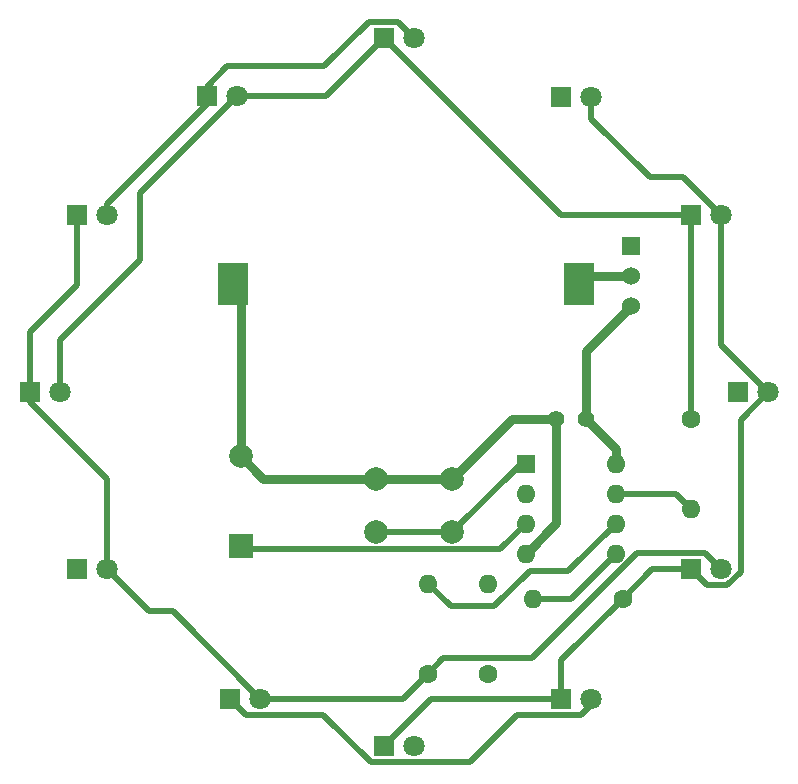
<source format=gtl>
G04 #@! TF.GenerationSoftware,KiCad,Pcbnew,6.0.5-a6ca702e91~116~ubuntu20.04.1*
G04 #@! TF.CreationDate,2022-06-19T21:22:33+02:00*
G04 #@! TF.ProjectId,attiny85_charlie_circle,61747469-6e79-4383-955f-636861726c69,0.10*
G04 #@! TF.SameCoordinates,Original*
G04 #@! TF.FileFunction,Copper,L1,Top*
G04 #@! TF.FilePolarity,Positive*
%FSLAX46Y46*%
G04 Gerber Fmt 4.6, Leading zero omitted, Abs format (unit mm)*
G04 Created by KiCad (PCBNEW 6.0.5-a6ca702e91~116~ubuntu20.04.1) date 2022-06-19 21:22:33*
%MOMM*%
%LPD*%
G01*
G04 APERTURE LIST*
G04 #@! TA.AperFunction,ComponentPad*
%ADD10R,1.524000X1.524000*%
G04 #@! TD*
G04 #@! TA.AperFunction,ComponentPad*
%ADD11C,1.524000*%
G04 #@! TD*
G04 #@! TA.AperFunction,ComponentPad*
%ADD12C,1.600000*%
G04 #@! TD*
G04 #@! TA.AperFunction,ComponentPad*
%ADD13O,1.600000X1.600000*%
G04 #@! TD*
G04 #@! TA.AperFunction,ComponentPad*
%ADD14R,1.600000X1.600000*%
G04 #@! TD*
G04 #@! TA.AperFunction,ComponentPad*
%ADD15R,1.800000X1.800000*%
G04 #@! TD*
G04 #@! TA.AperFunction,ComponentPad*
%ADD16C,1.800000*%
G04 #@! TD*
G04 #@! TA.AperFunction,ComponentPad*
%ADD17R,2.000000X2.000000*%
G04 #@! TD*
G04 #@! TA.AperFunction,ComponentPad*
%ADD18C,2.000000*%
G04 #@! TD*
G04 #@! TA.AperFunction,SMDPad,CuDef*
%ADD19R,2.600000X3.600000*%
G04 #@! TD*
G04 #@! TA.AperFunction,ComponentPad*
%ADD20C,1.400000*%
G04 #@! TD*
G04 #@! TA.AperFunction,Conductor*
%ADD21C,0.500000*%
G04 #@! TD*
G04 #@! TA.AperFunction,Conductor*
%ADD22C,0.800000*%
G04 #@! TD*
G04 APERTURE END LIST*
D10*
X119380000Y-87630000D03*
D11*
X119380000Y-90170000D03*
X119380000Y-92710000D03*
D12*
X124460000Y-102235000D03*
D13*
X124460000Y-109855000D03*
D12*
X102235000Y-123825000D03*
D13*
X102235000Y-116205000D03*
D12*
X118745000Y-117475000D03*
D13*
X111125000Y-117475000D03*
D12*
X107315000Y-123825000D03*
D13*
X107315000Y-116205000D03*
D14*
X110490000Y-106045000D03*
D13*
X110490000Y-108585000D03*
X110490000Y-111125000D03*
X110490000Y-113665000D03*
X118110000Y-113665000D03*
X118110000Y-111125000D03*
X118110000Y-108585000D03*
X118110000Y-106045000D03*
D15*
X124480000Y-85000000D03*
D16*
X127020000Y-85000000D03*
D15*
X128500000Y-100000000D03*
D16*
X131040000Y-100000000D03*
D15*
X124480000Y-115000000D03*
D16*
X127020000Y-115000000D03*
D15*
X113500000Y-125980000D03*
D16*
X116040000Y-125980000D03*
D15*
X98500000Y-130000000D03*
D16*
X101040000Y-130000000D03*
D15*
X85500000Y-125980000D03*
D16*
X88040000Y-125980000D03*
D15*
X72520000Y-115000000D03*
D16*
X75060000Y-115000000D03*
D15*
X68500000Y-100000000D03*
D16*
X71040000Y-100000000D03*
D15*
X72520000Y-85000000D03*
D16*
X75060000Y-85000000D03*
D15*
X83500000Y-74930000D03*
D16*
X86040000Y-74930000D03*
D15*
X98500000Y-70000000D03*
D16*
X101040000Y-70000000D03*
D17*
X86360000Y-113030000D03*
D18*
X86360000Y-105430000D03*
X104290000Y-107315000D03*
X97790000Y-107315000D03*
X104290000Y-111815000D03*
X97790000Y-111815000D03*
D19*
X114980000Y-90805000D03*
X85680000Y-90805000D03*
D15*
X113500000Y-74980000D03*
D16*
X116040000Y-74980000D03*
D20*
X115570000Y-102235000D03*
X113070000Y-102235000D03*
D21*
X110060000Y-106045000D02*
X110490000Y-106045000D01*
X97790000Y-111815000D02*
X104290000Y-111815000D01*
X104290000Y-111815000D02*
X110060000Y-106045000D01*
X124480000Y-115000000D02*
X121220000Y-115000000D01*
X127020000Y-85000000D02*
X123820000Y-81800000D01*
X116040000Y-76840000D02*
X121000000Y-81800000D01*
X128700000Y-115228498D02*
X128700000Y-102340000D01*
X98500000Y-130000000D02*
X102520000Y-125980000D01*
X127578987Y-116349511D02*
X128700000Y-115228498D01*
X113500000Y-125980000D02*
X113500000Y-122720000D01*
X128700000Y-102340000D02*
X131040000Y-100000000D01*
X116040000Y-74980000D02*
X116040000Y-76840000D01*
X102520000Y-125980000D02*
X113500000Y-125980000D01*
X123820000Y-81800000D02*
X121000000Y-81800000D01*
X125829511Y-116349511D02*
X127578987Y-116349511D01*
X113500000Y-122720000D02*
X118745000Y-117475000D01*
X127020000Y-85000000D02*
X127020000Y-95980000D01*
X131040000Y-100000000D02*
X127020000Y-95980000D01*
X121220000Y-115000000D02*
X118745000Y-117475000D01*
X124480000Y-115000000D02*
X125829511Y-116349511D01*
X75060000Y-84060000D02*
X75050000Y-84050000D01*
X101040000Y-70000000D02*
X99690489Y-68650489D01*
X83500000Y-74150000D02*
X83500000Y-74930000D01*
X99690489Y-68650489D02*
X97199511Y-68650489D01*
X75060000Y-85000000D02*
X75060000Y-84060000D01*
X93450000Y-72400000D02*
X85250000Y-72400000D01*
X85250000Y-72400000D02*
X83500000Y-74150000D01*
X97199511Y-68650489D02*
X93450000Y-72400000D01*
X83500000Y-74930000D02*
X83500000Y-75600000D01*
X83500000Y-75600000D02*
X75050000Y-84050000D01*
X68500000Y-100800000D02*
X68500000Y-100000000D01*
X75060000Y-115000000D02*
X78605000Y-118545000D01*
X127020000Y-115000000D02*
X125670489Y-113650489D01*
X80605000Y-118545000D02*
X88040000Y-125980000D01*
X68500000Y-100000000D02*
X68500000Y-94950000D01*
X125670489Y-113650489D02*
X119949511Y-113650489D01*
X75060000Y-115000000D02*
X75060000Y-107360000D01*
X111050000Y-122550000D02*
X103510000Y-122550000D01*
X100080000Y-125980000D02*
X102235000Y-123825000D01*
X88040000Y-125980000D02*
X100080000Y-125980000D01*
X78605000Y-118545000D02*
X80605000Y-118545000D01*
X119949511Y-113650489D02*
X111050000Y-122550000D01*
X72520000Y-90930000D02*
X72520000Y-85000000D01*
X75060000Y-107360000D02*
X68500000Y-100800000D01*
X68500000Y-94950000D02*
X72520000Y-90930000D01*
X103510000Y-122550000D02*
X102235000Y-123825000D01*
X108350489Y-113264511D02*
X86594511Y-113264511D01*
X86594511Y-113264511D02*
X86360000Y-113030000D01*
X110490000Y-111125000D02*
X108350489Y-113264511D01*
X77850000Y-83120000D02*
X77850000Y-88800000D01*
X85500000Y-125980000D02*
X86849511Y-127329511D01*
X93379511Y-127329511D02*
X97400000Y-131350000D01*
X124460000Y-85020000D02*
X124480000Y-85000000D01*
X116040000Y-126460000D02*
X115150000Y-127350000D01*
X86040000Y-74930000D02*
X77850000Y-83120000D01*
X93570000Y-74930000D02*
X98500000Y-70000000D01*
X71040000Y-100000000D02*
X71040000Y-95610000D01*
X77850000Y-88800000D02*
X71040000Y-95610000D01*
X124480000Y-85000000D02*
X113500000Y-85000000D01*
X109800000Y-127350000D02*
X115150000Y-127350000D01*
X86849511Y-127329511D02*
X93379511Y-127329511D01*
X97400000Y-131350000D02*
X105800000Y-131350000D01*
X113500000Y-85000000D02*
X98500000Y-70000000D01*
X86040000Y-74930000D02*
X93570000Y-74930000D01*
X116040000Y-125980000D02*
X116040000Y-126460000D01*
X105800000Y-131350000D02*
X109800000Y-127350000D01*
X124460000Y-102235000D02*
X124460000Y-85020000D01*
D22*
X86360000Y-105430000D02*
X86360000Y-91485000D01*
X86360000Y-91485000D02*
X85680000Y-90805000D01*
X109370000Y-102235000D02*
X104290000Y-107315000D01*
X97790000Y-107315000D02*
X88245000Y-107315000D01*
X104290000Y-107315000D02*
X97790000Y-107315000D01*
X88245000Y-107315000D02*
X86360000Y-105430000D01*
X113070000Y-102235000D02*
X109370000Y-102235000D01*
X110490000Y-113665000D02*
X113070000Y-111085000D01*
X113070000Y-111085000D02*
X113070000Y-102235000D01*
X115615000Y-90170000D02*
X114980000Y-90805000D01*
X119380000Y-90170000D02*
X115615000Y-90170000D01*
X115570000Y-102235000D02*
X115570000Y-96520000D01*
X115570000Y-96520000D02*
X119380000Y-92710000D01*
X118110000Y-104775000D02*
X115570000Y-102235000D01*
X118110000Y-106045000D02*
X118110000Y-104775000D01*
D21*
X123190000Y-108585000D02*
X124460000Y-109855000D01*
X118110000Y-108585000D02*
X123190000Y-108585000D01*
X107850000Y-118150000D02*
X104180000Y-118150000D01*
X104180000Y-118150000D02*
X102235000Y-116205000D01*
X118110000Y-111125000D02*
X114120489Y-115114511D01*
X114120489Y-115114511D02*
X110885489Y-115114511D01*
X110885489Y-115114511D02*
X107850000Y-118150000D01*
X114300000Y-117475000D02*
X118110000Y-113665000D01*
X111125000Y-117475000D02*
X114300000Y-117475000D01*
M02*

</source>
